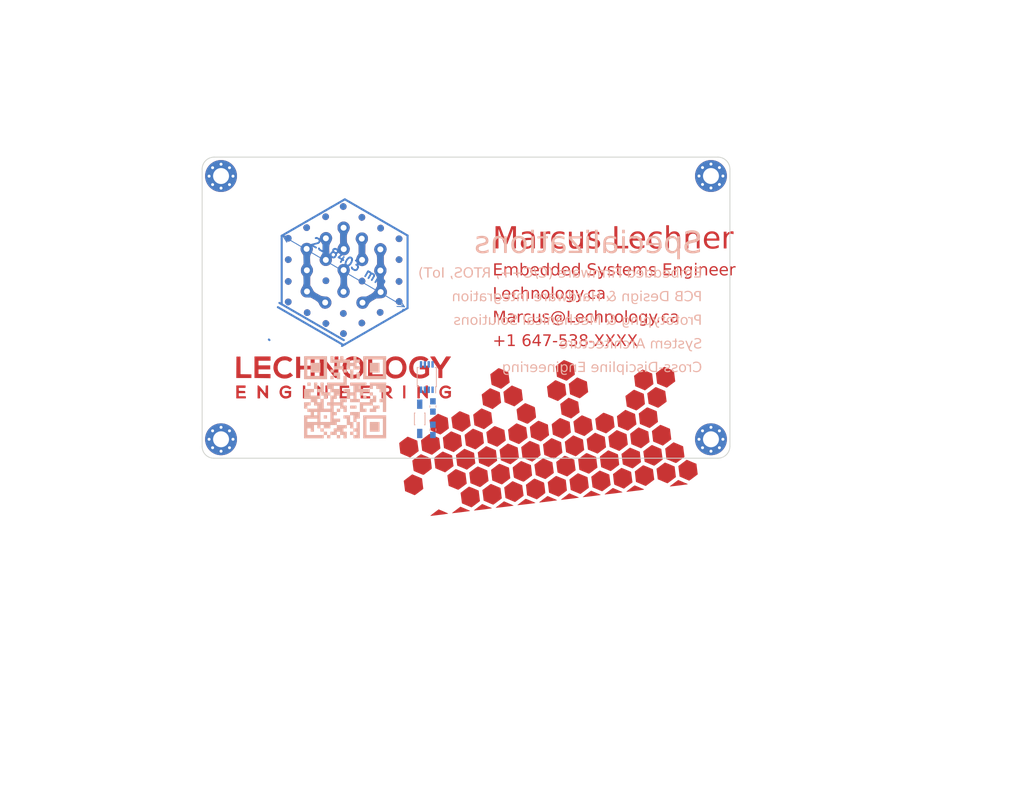
<source format=kicad_pcb>
(kicad_pcb (version 20240108) (generator "pcbnew") (generator_version "8.0")
  (layers (0 "F.Cu" signal) (1 "In1.Cu" signal) (2 "In2.Cu" signal) (31 "B.Cu" signal) (34 "B.Paste" user) (35 "F.Paste" user) (36 "B.SilkS" user "B.Silkscreen") (37 "F.SilkS" user "F.Silkscreen") (38 "B.Mask" user) (39 "F.Mask" user) (44 "Edge.Cuts" user))
  (net 0 "")
  (footprint "Symbol:OSHW-Symbol_6.7x6mm_Copper" (layer "F.Cu") (at 160.5788 57.277)
    (property "Reference" "REF**" (hide yes))
    (property "Value" "OSHW-Symbol_6.7x6mm_Copper" (hide yes))
  )
  (footprint "Lechnology Footprints Library:Hex_Pattern_60_S" (layer "F.Cu") (at 108.458167 96.17015 7)
    (property "Reference" "G***" (hide yes))
    (property "Value" "LOGO" (hide yes))
  )
  (footprint "MountingHole:MountingHole_2.7mm_M2.5_Pad_Via" (layer "F.Cu") (at 54 54.025)
    (property "Reference" "REF**" (hide yes))
    (property "Value" "MountingHole_2.7mm_M2.5_Pad_Via")
  )
  (footprint "Lechnology Footprints Library:Lechnology_Logo_60_FLIPPED" (layer "F.Cu") (at 74.77 74.14)
    (property "Reference" "G***" (hide yes))
    (property "Value" "LOGO" (hide yes))
  )
  (footprint "MountingHole:MountingHole_2.7mm_M2.5_Pad_Via" (layer "F.Cu") (at 137 54)
    (property "Reference" "REF**" (hide yes))
    (property "Value" "MountingHole_2.7mm_M2.5_Pad_Via" (hide yes))
  )
  (footprint "MountingHole:MountingHole_2.7mm_M2.5_Pad_Via" (layer "F.Cu") (at 137 98.6)
    (property "Reference" "REF**" (hide yes))
    (property "Value" "MountingHole_2.7mm_M2.5_Pad_Via")
  )
  (footprint "MountingHole:MountingHole_2.7mm_M2.5_Pad_Via" (layer "F.Cu") (at 54 98.6)
    (property "Reference" "REF**" (hide yes))
    (property "Value" "MountingHole_2.7mm_M2.5_Pad_Via")
  )
  (footprint "Lechnology Footprints Library:Lechnology_Text_60" (layer "F.Cu") (at 74.77 76.15)
    (property "Reference" "G***" (hide yes))
    (property "Value" "LOGO" (hide yes))
  )
  (footprint "Lechnology Footprints Library:Lechnology_Logo_60" (layer "F.Cu") (at 74.77 74.14)
    (property "Reference" "G***" (hide yes))
    (property "Value" "LOGO" (hide yes))
  )
  (footprint "bga:Back Side LED" (layer "B.Cu") (at 83.058812 94.947917 90)
    (property "Reference" "REF**" (hide yes))
    (property "Value" "Back Side LED" (hide yes))
  )
  (footprint "Package_SO:TSSOP-8_3x3mm_P0.65mm" (layer "B.Cu") (at 88.858812 88.062917 90)
    (property "Reference" "REF**" (hide yes))
    (property "Value" "TSSOP-8_3x3mm_P0.65mm")
  )
  (footprint "Capacitor_SMD:C_0603_1608Metric_Pad1.05x0.95mm_HandSolder" (layer "B.Cu") (at 89.891929 96.997613 90)
    (property "Reference" "C" (hide yes))
    (property "Value" "C_0603_1608Metric_Pad1.05x0.95mm_HandSolder")
  )
  (footprint "Resistor_SMD:R_0603_1608Metric_Pad1.05x0.95mm_HandSolder" (layer "B.Cu") (at 89.891929 93.042949 -90)
    (property "Reference" "R" (hide yes))
    (property "Value" "R_0603_1608Metric_Pad1.05x0.95mm_HandSolder")
  )
  (footprint "Lechnology Footprints Library:QR_Lechnology_15" (layer "B.Cu") (at 75 91.5 180)
    (property "Reference" "G***" (hide yes))
    (property "Value" "LOGO" (hide yes))
  )
  (gr_line (start 140.208 99.7755) (end 140.208 52.832) (stroke (width 0.15)) (layer "Edge.Cuts"))
  (gr_line (start 138.176 101.8075) (end 52.7685 101.8075) (stroke (width 0.15)) (layer "Edge.Cuts"))
  (gr_line (start 50.8 99.839) (end 50.8 52.832) (stroke (width 0.15)) (layer "Edge.Cuts"))
  (gr_line (start 52.832 50.8) (end 138.176 50.8) (stroke (width 0.15)) (layer "Edge.Cuts"))
  (gr_arc (start 50.8 52.832) (mid 51.395159 51.395159) (end 52.832 50.8) (stroke (width 0.15)) (layer "Edge.Cuts"))
  (gr_arc (start 138.176 50.8) (mid 139.612841 51.395159) (end 140.208 52.832) (stroke (width 0.15)) (layer "Edge.Cuts"))
  (gr_arc (start 140.208 99.7755) (mid 139.612841 101.212341) (end 138.176 101.8075) (stroke (width 0.15)) (layer "Edge.Cuts"))
  (gr_arc (start 52.7685 101.8075) (mid 51.37656 101.23094) (end 50.8 99.839) (stroke (width 0.15)) (layer "Edge.Cuts"))
  (gr_text "Marcus Lechner" (at 100 64.732 0) (layer "F.Cu") (effects (font (size 3.7 3.7) (thickness 0.5)) (justify left)))
  (gr_text "Lechnology.ca" (at 100 74 0) (layer "F.Cu") (effects (font (size 1.95 1.95) (thickness 0.3)) (justify left)))
  (gr_text "Embedded Systems Engineer" (at 100 70 0) (layer "F.Cu") (effects (font (size 2 2) (thickness 0.3)) (justify left)))
  (gr_text "Marcus@Lechnology.ca" (at 100 78 0) (layer "F.Cu") (effects (font (size 1.95 1.95) (thickness 0.3)) (justify left)))
  (gr_text "+1 647-538-XXXX" (at 100 82 0) (layer "F.Cu") (effects (font (size 1.95 1.95) (thickness 0.3)) (justify left)))
  (gr_text "System Architecture" (at 135.5 82.5 0) (layer "B.SilkS") (effects (font (size 1.7 1.7) (thickness 0.3)) (justify left mirror)))
  (gr_text "Cross-Discipline Engineering" (at 135.5 86.5 0) (layer "B.SilkS") (effects (font (size 1.7 1.7) (thickness 0.3)) (justify left mirror)))
  (gr_text "Embedded Firmware (C/C++, RTOS, IoT)" (at 135.5 70.5 0) (layer "B.SilkS") (effects (font (size 1.7 1.7) (thickness 0.3)) (justify left mirror)))
  (gr_text "PCB Design & Hardware Integration" (at 135.5 74.5 0) (layer "B.SilkS") (effects (font (size 1.7 1.7) (thickness 0.3)) (justify left mirror)))
  (gr_text "Prototyping & Mechanical Solutions" (at 135.5 78.5 0) (layer "B.SilkS") (effects (font (size 1.7 1.7) (thickness 0.3)) (justify left mirror)))
  (gr_text "Specializations" (at 135.5 65.5 0) (layer "B.SilkS") (effects (font (size 3.7 3.7) (thickness 0.5)) (justify left mirror)))
  (dimension (type aligned) (layer "B.Cu") (pts (xy 85.1 76.1) (xy 64.5 64.1)) (height -0.060899) (gr_text "23.8403 mm" (at 75.675376 68.597273 -30.22183827) (layer "B.Cu") (effects (font (size 1.5 1.5) (thickness 0.3)))) (format (prefix "") (suffix "") (units 3) (units_format 1) (precision 4)) (style (thickness 0.15) (arrow_length 1.27) (text_position_mode 0) (extension_height 0.58642) (extension_offset 0.5) keep_text_aligned))
  (segment (start 62.2 81.8) (end 62.1 81.7) (width 0.35) (layer "B.Cu") (net 0))
  (segment (start 74.969306 82.512902) (end 74.487446 82.791104) (width 0.35) (layer "B.Cu") (net 0))
  (segment (start 74.25907 82.360899) (end 63.628376 76.223265) (width 0.35) (layer "B.Cu") (net 0))
  (segment (start 74.969306 82.512902) (end 85.6 76.375268) (width 0.35) (layer "B.Cu") (net 0))
  (segment (start 74.8 81.8) (end 64.276022 75.723978) (width 0.35) (layer "B.Cu") (net 0))
  (segment (start 74.972878 57.948146) (end 85.603572 64.08578) (width 0.35) (layer "B.Cu") (net 0))
  (segment (start 72.548335 59.347956) (end 74.972878 57.948146) (width 0.35) (layer "B.Cu") (net 0))
  (segment (start 74.25907 82.360899) (end 74.74093 82.639101) (width 0.35) (layer "B.Cu") (net 0))
  (segment (start 64.276022 64.123978) (end 72.548335 59.347956) (width 0.35) (layer "B.Cu") (net 0))
  (segment (start 85.6 64.1) (end 85.6 76.375268) (width 0.35) (layer "B.Cu") (net 0))
  (segment (start 64.276022 75.723978) (end 63.88808 75.5) (width 0.35) (layer "B.Cu") (net 0))
  (segment (start 64.276022 75.723978) (end 64.276022 64.123978) (width 0.35) (layer "B.Cu") (net 0))
)
</source>
